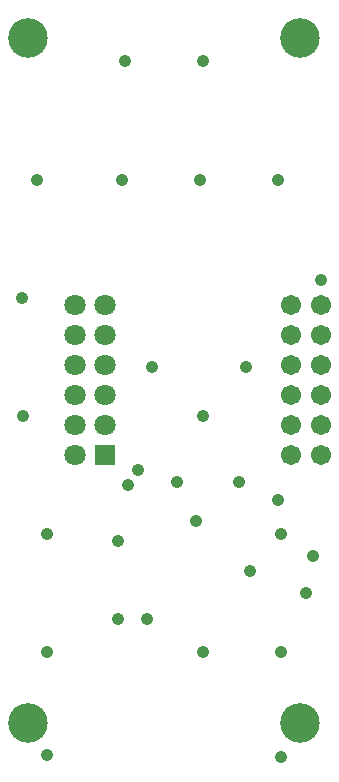
<source format=gbr>
G04 DesignSpark PCB PRO Gerber Version 10.0 Build 5299*
G04 #@! TF.Part,Single*
G04 #@! TF.FileFunction,Soldermask,Bot*
G04 #@! TF.FilePolarity,Negative*
%FSLAX35Y35*%
%MOIN*%
G04 #@! TA.AperFunction,ComponentPad*
%ADD13R,0.07096X0.07096*%
G04 #@! TA.AperFunction,ViaPad*
%ADD10C,0.04143*%
G04 #@! TA.AperFunction,ComponentPad*
%ADD12C,0.06702*%
%ADD14C,0.07096*%
G04 #@! TA.AperFunction,WasherPad*
%ADD11C,0.13198*%
G04 #@! TD.AperFunction*
X0Y0D02*
D02*
D10*
X25984Y165748D03*
X26378Y126378D03*
X31102Y205118D03*
X34252Y13189D03*
Y47638D03*
Y87008D03*
X57874Y58661D03*
Y84646D03*
X59449Y205118D03*
X60236Y244488D03*
X61417Y103150D03*
X64567Y108268D03*
X67717Y58661D03*
X69291Y142520D03*
X77559Y104331D03*
X84055Y91339D03*
X85433Y205118D03*
X86220Y47638D03*
Y126378D03*
Y244488D03*
X98425Y104331D03*
X100787Y142520D03*
X101969Y74803D03*
X111417Y98382D03*
Y205118D03*
X112205Y12598D03*
Y47638D03*
Y87008D03*
X120669Y67323D03*
X122835Y79528D03*
X125591Y171654D03*
D02*
D11*
X27953Y24016D03*
Y252362D03*
X118504Y24016D03*
Y252362D03*
D02*
D12*
X115591Y113189D03*
Y123189D03*
Y133189D03*
Y143189D03*
Y153189D03*
Y163189D03*
X125591Y113189D03*
Y123189D03*
Y133189D03*
Y143189D03*
Y153189D03*
Y163189D03*
D02*
D13*
X53543Y113189D03*
D02*
D14*
X43543D03*
Y123189D03*
Y133189D03*
Y143189D03*
Y153189D03*
Y163189D03*
X53543Y123189D03*
Y133189D03*
Y143189D03*
Y153189D03*
Y163189D03*
X0Y0D02*
M02*

</source>
